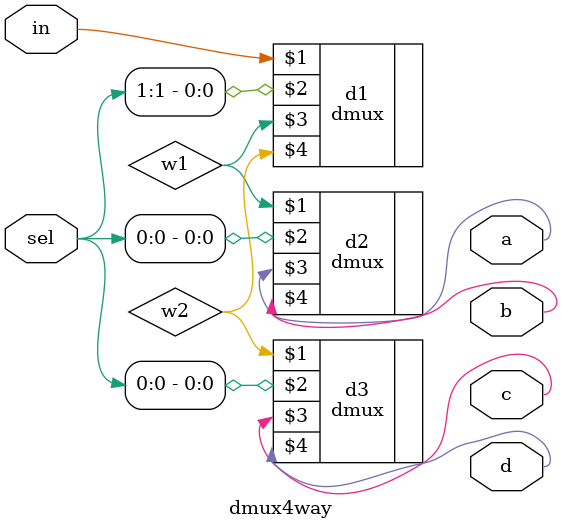
<source format=v>
module dmux4way(in, sel, a, b, c, d);
    input in;
    input [1:0] sel;
    output a, b, c, d;

    wire w1, w2;

    dmux d1(in, sel[1], w1, w2);
    dmux d2(w1, sel[0], a, b);
    dmux d3(w2, sel[0], c, d);
endmodule


</source>
